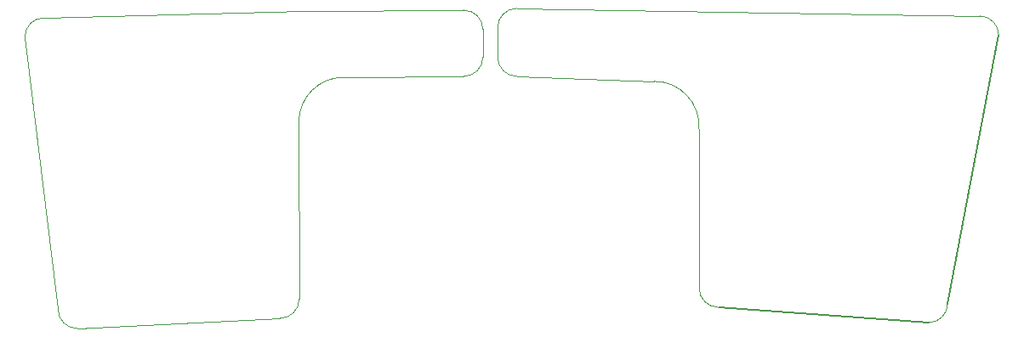
<source format=gbr>
%TF.GenerationSoftware,KiCad,Pcbnew,9.0.1*%
%TF.CreationDate,2025-06-09T02:27:10-04:00*%
%TF.ProjectId,Pneumatactors_1Xiao_3PiezoPumps_6Valves_TwoPiece,506e6575-6d61-4746-9163-746f72735f31,rev?*%
%TF.SameCoordinates,Original*%
%TF.FileFunction,Profile,NP*%
%FSLAX46Y46*%
G04 Gerber Fmt 4.6, Leading zero omitted, Abs format (unit mm)*
G04 Created by KiCad (PCBNEW 9.0.1) date 2025-06-09 02:27:10*
%MOMM*%
%LPD*%
G01*
G04 APERTURE LIST*
%TA.AperFunction,Profile*%
%ADD10C,0.100000*%
%TD*%
%TA.AperFunction,Profile*%
%ADD11C,0.150000*%
%TD*%
G04 APERTURE END LIST*
D10*
X170783100Y-62452090D02*
X182753000Y-62357000D01*
X139065000Y-58420000D02*
G75*
G02*
X140970000Y-56515000I1905000J0D01*
G01*
X201733293Y-62855065D02*
G75*
G02*
X206168730Y-67592151I7J-4445035D01*
G01*
D11*
X230935962Y-85013000D02*
X236015962Y-58243038D01*
D10*
X182753000Y-55753000D02*
G75*
G02*
X184658000Y-57658000I0J-1905000D01*
G01*
D11*
X208103000Y-85393962D02*
X229031000Y-86917962D01*
D10*
X139065021Y-58428944D02*
X142367000Y-85598000D01*
X184658000Y-60452000D02*
X184658000Y-57658000D01*
X182753000Y-55753000D02*
X166624000Y-55880000D01*
X206168730Y-67592147D02*
X206198038Y-83489000D01*
X184658000Y-60452000D02*
G75*
G02*
X182753000Y-62357000I-1905000J0D01*
G01*
X186132038Y-57481000D02*
X186132000Y-60452000D01*
X188037038Y-62357000D02*
G75*
G02*
X186132000Y-60452000I-38J1905000D01*
G01*
X208103038Y-85393962D02*
G75*
G02*
X206198038Y-83488962I-38J1904962D01*
G01*
X166338090Y-66897090D02*
G75*
G02*
X170783090Y-62452090I4445010J-10D01*
G01*
X144272000Y-87503000D02*
G75*
G02*
X142367000Y-85598000I0J1905000D01*
G01*
X166370000Y-84582000D02*
G75*
G02*
X164465000Y-86487000I-1905000J0D01*
G01*
X186132038Y-57481038D02*
G75*
G02*
X188037038Y-55576038I1904962J38D01*
G01*
X164465000Y-86487000D02*
X144272000Y-87503000D01*
X166370000Y-84582000D02*
X166338091Y-66897090D01*
X230935962Y-85012962D02*
G75*
G02*
X229030962Y-86917962I-1904962J-38D01*
G01*
X166624000Y-55880000D02*
X140970000Y-56515000D01*
X201733300Y-62855065D02*
X188037038Y-62357000D01*
X188037038Y-55573663D02*
X234111000Y-56338038D01*
X234110962Y-56338038D02*
G75*
G02*
X236015962Y-58243038I38J-1904962D01*
G01*
M02*

</source>
